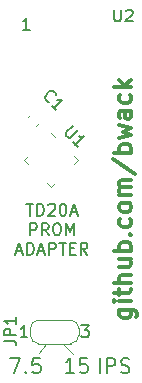
<source format=gbr>
G04 #@! TF.GenerationSoftware,KiCad,Pcbnew,5.1.5+dfsg1-2build2*
G04 #@! TF.CreationDate,2020-10-22T12:15:36+02:00*
G04 #@! TF.ProjectId,Tandberg-TD20A-U3-Arduino,54616e64-6265-4726-972d-54443230412d,rev?*
G04 #@! TF.SameCoordinates,Original*
G04 #@! TF.FileFunction,Legend,Top*
G04 #@! TF.FilePolarity,Positive*
%FSLAX46Y46*%
G04 Gerber Fmt 4.6, Leading zero omitted, Abs format (unit mm)*
G04 Created by KiCad (PCBNEW 5.1.5+dfsg1-2build2) date 2020-10-22 12:15:36*
%MOMM*%
%LPD*%
G04 APERTURE LIST*
%ADD10C,0.150000*%
%ADD11C,0.300000*%
%ADD12C,0.120000*%
G04 APERTURE END LIST*
D10*
X127095214Y-74048880D02*
X126523785Y-74048880D01*
X126809500Y-74048880D02*
X126809500Y-73048880D01*
X126714261Y-73191738D01*
X126619023Y-73286976D01*
X126523785Y-73334595D01*
D11*
X134679571Y-97760285D02*
X135893857Y-97760285D01*
X136036714Y-97831714D01*
X136108142Y-97903142D01*
X136179571Y-98046000D01*
X136179571Y-98260285D01*
X136108142Y-98403142D01*
X135608142Y-97760285D02*
X135679571Y-97903142D01*
X135679571Y-98188857D01*
X135608142Y-98331714D01*
X135536714Y-98403142D01*
X135393857Y-98474571D01*
X134965285Y-98474571D01*
X134822428Y-98403142D01*
X134751000Y-98331714D01*
X134679571Y-98188857D01*
X134679571Y-97903142D01*
X134751000Y-97760285D01*
X135679571Y-97046000D02*
X134679571Y-97046000D01*
X134179571Y-97046000D02*
X134251000Y-97117428D01*
X134322428Y-97046000D01*
X134251000Y-96974571D01*
X134179571Y-97046000D01*
X134322428Y-97046000D01*
X134679571Y-96546000D02*
X134679571Y-95974571D01*
X134179571Y-96331714D02*
X135465285Y-96331714D01*
X135608142Y-96260285D01*
X135679571Y-96117428D01*
X135679571Y-95974571D01*
X135679571Y-95474571D02*
X134179571Y-95474571D01*
X135679571Y-94831714D02*
X134893857Y-94831714D01*
X134751000Y-94903142D01*
X134679571Y-95046000D01*
X134679571Y-95260285D01*
X134751000Y-95403142D01*
X134822428Y-95474571D01*
X134679571Y-93474571D02*
X135679571Y-93474571D01*
X134679571Y-94117428D02*
X135465285Y-94117428D01*
X135608142Y-94046000D01*
X135679571Y-93903142D01*
X135679571Y-93688857D01*
X135608142Y-93546000D01*
X135536714Y-93474571D01*
X135679571Y-92760285D02*
X134179571Y-92760285D01*
X134751000Y-92760285D02*
X134679571Y-92617428D01*
X134679571Y-92331714D01*
X134751000Y-92188857D01*
X134822428Y-92117428D01*
X134965285Y-92046000D01*
X135393857Y-92046000D01*
X135536714Y-92117428D01*
X135608142Y-92188857D01*
X135679571Y-92331714D01*
X135679571Y-92617428D01*
X135608142Y-92760285D01*
X135536714Y-91403142D02*
X135608142Y-91331714D01*
X135679571Y-91403142D01*
X135608142Y-91474571D01*
X135536714Y-91403142D01*
X135679571Y-91403142D01*
X135608142Y-90046000D02*
X135679571Y-90188857D01*
X135679571Y-90474571D01*
X135608142Y-90617428D01*
X135536714Y-90688857D01*
X135393857Y-90760285D01*
X134965285Y-90760285D01*
X134822428Y-90688857D01*
X134751000Y-90617428D01*
X134679571Y-90474571D01*
X134679571Y-90188857D01*
X134751000Y-90046000D01*
X135679571Y-89188857D02*
X135608142Y-89331714D01*
X135536714Y-89403142D01*
X135393857Y-89474571D01*
X134965285Y-89474571D01*
X134822428Y-89403142D01*
X134751000Y-89331714D01*
X134679571Y-89188857D01*
X134679571Y-88974571D01*
X134751000Y-88831714D01*
X134822428Y-88760285D01*
X134965285Y-88688857D01*
X135393857Y-88688857D01*
X135536714Y-88760285D01*
X135608142Y-88831714D01*
X135679571Y-88974571D01*
X135679571Y-89188857D01*
X135679571Y-88046000D02*
X134679571Y-88046000D01*
X134822428Y-88046000D02*
X134751000Y-87974571D01*
X134679571Y-87831714D01*
X134679571Y-87617428D01*
X134751000Y-87474571D01*
X134893857Y-87403142D01*
X135679571Y-87403142D01*
X134893857Y-87403142D02*
X134751000Y-87331714D01*
X134679571Y-87188857D01*
X134679571Y-86974571D01*
X134751000Y-86831714D01*
X134893857Y-86760285D01*
X135679571Y-86760285D01*
X134108142Y-84974571D02*
X136036714Y-86260285D01*
X135679571Y-84474571D02*
X134179571Y-84474571D01*
X134751000Y-84474571D02*
X134679571Y-84331714D01*
X134679571Y-84046000D01*
X134751000Y-83903142D01*
X134822428Y-83831714D01*
X134965285Y-83760285D01*
X135393857Y-83760285D01*
X135536714Y-83831714D01*
X135608142Y-83903142D01*
X135679571Y-84046000D01*
X135679571Y-84331714D01*
X135608142Y-84474571D01*
X134679571Y-83260285D02*
X135679571Y-82974571D01*
X134965285Y-82688857D01*
X135679571Y-82403142D01*
X134679571Y-82117428D01*
X135679571Y-80903142D02*
X134893857Y-80903142D01*
X134751000Y-80974571D01*
X134679571Y-81117428D01*
X134679571Y-81403142D01*
X134751000Y-81546000D01*
X135608142Y-80903142D02*
X135679571Y-81046000D01*
X135679571Y-81403142D01*
X135608142Y-81546000D01*
X135465285Y-81617428D01*
X135322428Y-81617428D01*
X135179571Y-81546000D01*
X135108142Y-81403142D01*
X135108142Y-81046000D01*
X135036714Y-80903142D01*
X135608142Y-79546000D02*
X135679571Y-79688857D01*
X135679571Y-79974571D01*
X135608142Y-80117428D01*
X135536714Y-80188857D01*
X135393857Y-80260285D01*
X134965285Y-80260285D01*
X134822428Y-80188857D01*
X134751000Y-80117428D01*
X134679571Y-79974571D01*
X134679571Y-79688857D01*
X134751000Y-79546000D01*
X135679571Y-78903142D02*
X134179571Y-78903142D01*
X135108142Y-78760285D02*
X135679571Y-78331714D01*
X134679571Y-78331714D02*
X135251000Y-78903142D01*
D10*
X126801833Y-88797880D02*
X127373261Y-88797880D01*
X127087547Y-89797880D02*
X127087547Y-88797880D01*
X127706595Y-89797880D02*
X127706595Y-88797880D01*
X127944690Y-88797880D01*
X128087547Y-88845500D01*
X128182785Y-88940738D01*
X128230404Y-89035976D01*
X128278023Y-89226452D01*
X128278023Y-89369309D01*
X128230404Y-89559785D01*
X128182785Y-89655023D01*
X128087547Y-89750261D01*
X127944690Y-89797880D01*
X127706595Y-89797880D01*
X128658976Y-88893119D02*
X128706595Y-88845500D01*
X128801833Y-88797880D01*
X129039928Y-88797880D01*
X129135166Y-88845500D01*
X129182785Y-88893119D01*
X129230404Y-88988357D01*
X129230404Y-89083595D01*
X129182785Y-89226452D01*
X128611357Y-89797880D01*
X129230404Y-89797880D01*
X129849452Y-88797880D02*
X129944690Y-88797880D01*
X130039928Y-88845500D01*
X130087547Y-88893119D01*
X130135166Y-88988357D01*
X130182785Y-89178833D01*
X130182785Y-89416928D01*
X130135166Y-89607404D01*
X130087547Y-89702642D01*
X130039928Y-89750261D01*
X129944690Y-89797880D01*
X129849452Y-89797880D01*
X129754214Y-89750261D01*
X129706595Y-89702642D01*
X129658976Y-89607404D01*
X129611357Y-89416928D01*
X129611357Y-89178833D01*
X129658976Y-88988357D01*
X129706595Y-88893119D01*
X129754214Y-88845500D01*
X129849452Y-88797880D01*
X130563738Y-89512166D02*
X131039928Y-89512166D01*
X130468500Y-89797880D02*
X130801833Y-88797880D01*
X131135166Y-89797880D01*
X127111357Y-91447880D02*
X127111357Y-90447880D01*
X127492309Y-90447880D01*
X127587547Y-90495500D01*
X127635166Y-90543119D01*
X127682785Y-90638357D01*
X127682785Y-90781214D01*
X127635166Y-90876452D01*
X127587547Y-90924071D01*
X127492309Y-90971690D01*
X127111357Y-90971690D01*
X128682785Y-91447880D02*
X128349452Y-90971690D01*
X128111357Y-91447880D02*
X128111357Y-90447880D01*
X128492309Y-90447880D01*
X128587547Y-90495500D01*
X128635166Y-90543119D01*
X128682785Y-90638357D01*
X128682785Y-90781214D01*
X128635166Y-90876452D01*
X128587547Y-90924071D01*
X128492309Y-90971690D01*
X128111357Y-90971690D01*
X129301833Y-90447880D02*
X129492309Y-90447880D01*
X129587547Y-90495500D01*
X129682785Y-90590738D01*
X129730404Y-90781214D01*
X129730404Y-91114547D01*
X129682785Y-91305023D01*
X129587547Y-91400261D01*
X129492309Y-91447880D01*
X129301833Y-91447880D01*
X129206595Y-91400261D01*
X129111357Y-91305023D01*
X129063738Y-91114547D01*
X129063738Y-90781214D01*
X129111357Y-90590738D01*
X129206595Y-90495500D01*
X129301833Y-90447880D01*
X130158976Y-91447880D02*
X130158976Y-90447880D01*
X130492309Y-91162166D01*
X130825642Y-90447880D01*
X130825642Y-91447880D01*
X125968500Y-92812166D02*
X126444690Y-92812166D01*
X125873261Y-93097880D02*
X126206595Y-92097880D01*
X126539928Y-93097880D01*
X126873261Y-93097880D02*
X126873261Y-92097880D01*
X127111357Y-92097880D01*
X127254214Y-92145500D01*
X127349452Y-92240738D01*
X127397071Y-92335976D01*
X127444690Y-92526452D01*
X127444690Y-92669309D01*
X127397071Y-92859785D01*
X127349452Y-92955023D01*
X127254214Y-93050261D01*
X127111357Y-93097880D01*
X126873261Y-93097880D01*
X127825642Y-92812166D02*
X128301833Y-92812166D01*
X127730404Y-93097880D02*
X128063738Y-92097880D01*
X128397071Y-93097880D01*
X128730404Y-93097880D02*
X128730404Y-92097880D01*
X129111357Y-92097880D01*
X129206595Y-92145500D01*
X129254214Y-92193119D01*
X129301833Y-92288357D01*
X129301833Y-92431214D01*
X129254214Y-92526452D01*
X129206595Y-92574071D01*
X129111357Y-92621690D01*
X128730404Y-92621690D01*
X129587547Y-92097880D02*
X130158976Y-92097880D01*
X129873261Y-93097880D02*
X129873261Y-92097880D01*
X130492309Y-92574071D02*
X130825642Y-92574071D01*
X130968500Y-93097880D02*
X130492309Y-93097880D01*
X130492309Y-92097880D01*
X130968500Y-92097880D01*
X131968500Y-93097880D02*
X131635166Y-92621690D01*
X131397071Y-93097880D02*
X131397071Y-92097880D01*
X131778023Y-92097880D01*
X131873261Y-92145500D01*
X131920880Y-92193119D01*
X131968500Y-92288357D01*
X131968500Y-92431214D01*
X131920880Y-92526452D01*
X131873261Y-92574071D01*
X131778023Y-92621690D01*
X131397071Y-92621690D01*
X133018761Y-103117976D02*
X133018761Y-101867976D01*
X133614000Y-103117976D02*
X133614000Y-101867976D01*
X134090190Y-101867976D01*
X134209238Y-101927500D01*
X134268761Y-101987023D01*
X134328285Y-102106071D01*
X134328285Y-102284642D01*
X134268761Y-102403690D01*
X134209238Y-102463214D01*
X134090190Y-102522738D01*
X133614000Y-102522738D01*
X134804476Y-103058452D02*
X134983047Y-103117976D01*
X135280666Y-103117976D01*
X135399714Y-103058452D01*
X135459238Y-102998928D01*
X135518761Y-102879880D01*
X135518761Y-102760833D01*
X135459238Y-102641785D01*
X135399714Y-102582261D01*
X135280666Y-102522738D01*
X135042571Y-102463214D01*
X134923523Y-102403690D01*
X134864000Y-102344166D01*
X134804476Y-102225119D01*
X134804476Y-102106071D01*
X134864000Y-101987023D01*
X134923523Y-101927500D01*
X135042571Y-101867976D01*
X135340190Y-101867976D01*
X135518761Y-101927500D01*
D12*
X130746500Y-101473000D02*
X129921000Y-100647500D01*
X127889000Y-101409500D02*
X128460500Y-100647500D01*
D10*
X130825904Y-103117976D02*
X130111619Y-103117976D01*
X130468761Y-103117976D02*
X130468761Y-101867976D01*
X130349714Y-102046547D01*
X130230666Y-102165595D01*
X130111619Y-102225119D01*
X131956857Y-101867976D02*
X131361619Y-101867976D01*
X131302095Y-102463214D01*
X131361619Y-102403690D01*
X131480666Y-102344166D01*
X131778285Y-102344166D01*
X131897333Y-102403690D01*
X131956857Y-102463214D01*
X132016380Y-102582261D01*
X132016380Y-102879880D01*
X131956857Y-102998928D01*
X131897333Y-103058452D01*
X131778285Y-103117976D01*
X131480666Y-103117976D01*
X131361619Y-103058452D01*
X131302095Y-102998928D01*
X125436476Y-101867976D02*
X126269809Y-101867976D01*
X125734095Y-103117976D01*
X126746000Y-102998928D02*
X126805523Y-103058452D01*
X126746000Y-103117976D01*
X126686476Y-103058452D01*
X126746000Y-102998928D01*
X126746000Y-103117976D01*
X127936476Y-101867976D02*
X127341238Y-101867976D01*
X127281714Y-102463214D01*
X127341238Y-102403690D01*
X127460285Y-102344166D01*
X127757904Y-102344166D01*
X127876952Y-102403690D01*
X127936476Y-102463214D01*
X127996000Y-102582261D01*
X127996000Y-102879880D01*
X127936476Y-102998928D01*
X127876952Y-103058452D01*
X127757904Y-103117976D01*
X127460285Y-103117976D01*
X127341238Y-103058452D01*
X127281714Y-102998928D01*
D12*
X127620520Y-82206229D02*
X127862729Y-81964020D01*
X126899271Y-81484980D02*
X127141480Y-81242771D01*
X127142500Y-99331500D02*
G75*
G02X127842500Y-98631500I700000J0D01*
G01*
X127842500Y-100631500D02*
G75*
G02X127142500Y-99931500I0J700000D01*
G01*
X131242500Y-99931500D02*
G75*
G02X130542500Y-100631500I-700000J0D01*
G01*
X130542500Y-98631500D02*
G75*
G02X131242500Y-99331500I0J-700000D01*
G01*
X127792500Y-98631500D02*
X130592500Y-98631500D01*
X131242500Y-99331500D02*
X131242500Y-99931500D01*
X130592500Y-100631500D02*
X127792500Y-100631500D01*
X127142500Y-99931500D02*
X127142500Y-99331500D01*
X130863686Y-84771802D02*
X131181884Y-85090000D01*
X131181884Y-85090000D02*
X130863686Y-85408198D01*
X126946314Y-85408198D02*
X126628116Y-85090000D01*
X126628116Y-85090000D02*
X126946314Y-84771802D01*
X128586802Y-87048686D02*
X128905000Y-87366884D01*
X128905000Y-87366884D02*
X129223198Y-87048686D01*
X129223198Y-83131314D02*
X128905000Y-82813116D01*
D10*
X128725110Y-80144687D02*
X128657767Y-80144687D01*
X128523080Y-80077343D01*
X128455736Y-80010000D01*
X128388393Y-79875312D01*
X128388393Y-79740625D01*
X128422064Y-79639610D01*
X128523080Y-79471251D01*
X128624095Y-79370236D01*
X128792454Y-79269221D01*
X128893469Y-79235549D01*
X129028156Y-79235549D01*
X129162843Y-79302893D01*
X129230187Y-79370236D01*
X129297530Y-79504923D01*
X129297530Y-79572267D01*
X129331202Y-80885465D02*
X128927141Y-80481404D01*
X129129171Y-80683435D02*
X129836278Y-79976328D01*
X129667919Y-80010000D01*
X129533232Y-80010000D01*
X129432217Y-79976328D01*
X134239095Y-72350380D02*
X134239095Y-73159904D01*
X134286714Y-73255142D01*
X134334333Y-73302761D01*
X134429571Y-73350380D01*
X134620047Y-73350380D01*
X134715285Y-73302761D01*
X134762904Y-73255142D01*
X134810523Y-73159904D01*
X134810523Y-72350380D01*
X135239095Y-72445619D02*
X135286714Y-72398000D01*
X135381952Y-72350380D01*
X135620047Y-72350380D01*
X135715285Y-72398000D01*
X135762904Y-72445619D01*
X135810523Y-72540857D01*
X135810523Y-72636095D01*
X135762904Y-72778952D01*
X135191476Y-73350380D01*
X135810523Y-73350380D01*
X124928380Y-100401333D02*
X125642666Y-100401333D01*
X125785523Y-100448952D01*
X125880761Y-100544190D01*
X125928380Y-100687047D01*
X125928380Y-100782285D01*
X125928380Y-99925142D02*
X124928380Y-99925142D01*
X124928380Y-99544190D01*
X124976000Y-99448952D01*
X125023619Y-99401333D01*
X125118857Y-99353714D01*
X125261714Y-99353714D01*
X125356952Y-99401333D01*
X125404571Y-99448952D01*
X125452190Y-99544190D01*
X125452190Y-99925142D01*
X125928380Y-98401333D02*
X125928380Y-98972761D01*
X125928380Y-98687047D02*
X124928380Y-98687047D01*
X125071238Y-98782285D01*
X125166476Y-98877523D01*
X125214095Y-98972761D01*
X126878214Y-100083880D02*
X126306785Y-100083880D01*
X126592500Y-100083880D02*
X126592500Y-99083880D01*
X126497261Y-99226738D01*
X126402023Y-99321976D01*
X126306785Y-99369595D01*
X131459166Y-99083880D02*
X132078214Y-99083880D01*
X131744880Y-99464833D01*
X131887738Y-99464833D01*
X131982976Y-99512452D01*
X132030595Y-99560071D01*
X132078214Y-99655309D01*
X132078214Y-99893404D01*
X132030595Y-99988642D01*
X131982976Y-100036261D01*
X131887738Y-100083880D01*
X131602023Y-100083880D01*
X131506785Y-100036261D01*
X131459166Y-99988642D01*
X130733376Y-82184127D02*
X130160956Y-82756547D01*
X130127284Y-82857562D01*
X130127284Y-82924906D01*
X130160956Y-83025921D01*
X130295643Y-83160608D01*
X130396658Y-83194280D01*
X130464002Y-83194280D01*
X130565017Y-83160608D01*
X131137437Y-82588188D01*
X131137437Y-84002402D02*
X130733376Y-83598341D01*
X130935406Y-83800371D02*
X131642513Y-83093265D01*
X131474154Y-83126936D01*
X131339467Y-83126936D01*
X131238452Y-83093265D01*
M02*

</source>
